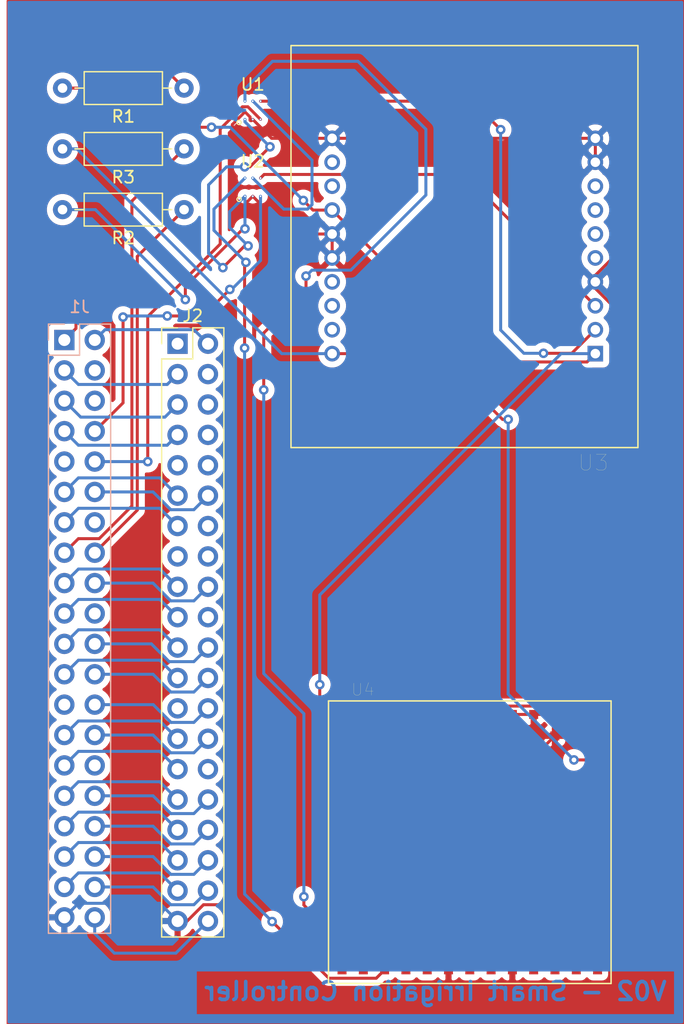
<source format=kicad_pcb>
(kicad_pcb (version 20171130) (host pcbnew "(5.1.6)-1")
  (title_block (title "Smart Irrigatrion Controller - Module Pad") (date 2020-07-29) (rev v01) (comment 4 "Author : Hadi Sandid"))
  (layers (0 F.Cu signal) (31 B.Cu signal) (34 B.Paste user) (35 F.Paste user) (36 B.SilkS user) (37 F.SilkS user) (38 B.Mask user) (39 F.Mask user) (44 Edge.Cuts user))
  (net 0 "")
  (net 1 GND)
  (net 2 "Net-(J1-Pad1)")
  (net 3 "Net-(J1-Pad8)")
  (net 4 "Net-(J1-Pad10)")
  (net 5 "Net-(J1-Pad15)")
  (net 6 "Net-(J1-Pad16)")
  (net 7 "Net-(R1-Pad2)")
  (net 8 "Net-(R2-Pad2)")
  (net 9 "Net-(R3-Pad2)")
  (net 10 "Net-(U1-Pad4)")
  (net 11 VCC)
  (net 12 "Net-(U1-Pad6)")
  (net 13 "Net-(U2-Pad6)")
  (net 14 "Net-(U2-Pad4)")
  (net 15 /GPIO_0)
  (net 16 /GPIO_1)
  (net 17 /GPIO_2)
  (net 18 /GPIO_3)
  (net 19 /GPIO_4)
  (net 20 /GPIO_5)
  (net 21 /GPIO_6)
  (net 22 /GPIO_7)
  (net 23 /GPIO_8)
  (net 24 /GPIO_9)
  (net 25 /GPIO_10)
  (net 26 /GPIO_11)
  (net 27 /GPIO_12)
  (net 28 /GPIO_13)
  (net 29 /GPIO_16)
  (net 30 /GPIO_17)
  (net 31 /GPIO_18)
  (net 32 /GPIO_19)
  (net 33 /GPIO_20)
  (net 34 /GPIO_21)
  (net 35 /GPIO_24)
  (net 36 /GPIO_25)
  (net 37 /GPIO_26)
  (net 38 /GPIO_27)
  (net 39 /3v3)
  (net 40 /5V)
  (net 41 /GND_1)
  (net 42 "Net-(J1-Pad30)")
  (net 43 "Net-(J1-Pad25)")
  (net 44 "Net-(J1-Pad20)")
  (net 45 "Net-(J1-Pad14)")
  (net 46 "Net-(J1-Pad9)")
  (net 47 "Net-(J1-Pad6)")
  (net 48 "Net-(J1-Pad4)")
  (net 49 "Net-(J2-Pad1)")
  (net 50 "Net-(J2-Pad4)")
  (net 51 "Net-(J2-Pad6)")
  (net 52 "Net-(J2-Pad8)")
  (net 53 "Net-(J2-Pad9)")
  (net 54 "Net-(J2-Pad10)")
  (net 55 "Net-(J2-Pad14)")
  (net 56 "Net-(J2-Pad15)")
  (net 57 "Net-(J2-Pad16)")
  (net 58 "Net-(J2-Pad20)")
  (net 59 "Net-(J2-Pad25)")
  (net 60 "Net-(J2-Pad30)")
  (net 61 "Net-(U3-Pad19)")
  (net 62 "Net-(U3-Pad18)")
  (net 63 "Net-(U3-Pad17)")
  (net 64 "Net-(U3-Pad13)")
  (net 65 "Net-(U3-Pad12)")
  (net 66 "Net-(U3-Pad8)")
  (net 67 "Net-(U3-Pad7)")
  (net 68 "Net-(U3-Pad6)")
  (net 69 "Net-(U3-Pad5)")
  (net 70 "Net-(U4-Pad11)")
  (net 71 "Net-(U4-Pad10)")
  (net 72 "Net-(U4-Pad9)")
  (net 73 "Net-(U4-Pad47)")
  (net 74 "Net-(U4-Pad37)")
  (net 75 "Net-(U4-Pad33)")
  (net 76 "Net-(U4-Pad31)")
  (net 77 "Net-(U4-Pad29)")
  (net 78 "Net-(U4-Pad28)")
  (net 79 "Net-(U4-Pad27)")
  (net 80 "Net-(U4-Pad26)")
  (net 81 "Net-(U4-Pad25)")
  (net 82 "Net-(U4-Pad24)")
  (net 83 "Net-(U4-Pad23)")
  (net 84 "Net-(U4-Pad12)")
  (net 85 "Net-(U4-Pad15)")
  (net 86 "Net-(U4-Pad16)")
  (net 87 "Net-(U4-Pad30)")
  (module Connector_PinSocket_2.54mm:PinSocket_2x20_P2.54mm_Vertical (layer B.Cu) (at 106.3498 62.1792 180)
    (fp_text reference J1 (at -1.27 2.77) (layer B.SilkS) (effects (justify mirror)))
    (fp_text value Raspberry_Pi_2_3)
    (pad 40 thru_hole oval (at -2.54 -48.26 180) (size 1.7 1.7) (drill 1) (layers *.Cu *.Mask) (net 34 /GPIO_21))
    (pad 39 thru_hole oval (at 0 -48.26 180) (size 1.7 1.7) (drill 1) (layers *.Cu *.Mask) (net 1 GND))
    (pad 38 thru_hole oval (at -2.54 -45.72 180) (size 1.7 1.7) (drill 1) (layers *.Cu *.Mask) (net 33 /GPIO_20))
    (pad 37 thru_hole oval (at 0 -45.72 180) (size 1.7 1.7) (drill 1) (layers *.Cu *.Mask) (net 37 /GPIO_26))
    (pad 36 thru_hole oval (at -2.54 -43.18 180) (size 1.7 1.7) (drill 1) (layers *.Cu *.Mask) (net 29 /GPIO_16))
    (pad 35 thru_hole oval (at 0 -43.18 180) (size 1.7 1.7) (drill 1) (layers *.Cu *.Mask) (net 32 /GPIO_19))
    (pad 34 thru_hole oval (at -2.54 -40.64 180) (size 1.7 1.7) (drill 1) (layers *.Cu *.Mask) (net 41 /GND_1))
    (pad 33 thru_hole oval (at 0 -40.64 180) (size 1.7 1.7) (drill 1) (layers *.Cu *.Mask) (net 28 /GPIO_13))
    (pad 32 thru_hole oval (at -2.54 -38.1 180) (size 1.7 1.7) (drill 1) (layers *.Cu *.Mask) (net 27 /GPIO_12))
    (pad 31 thru_hole oval (at 0 -38.1 180) (size 1.7 1.7) (drill 1) (layers *.Cu *.Mask) (net 21 /GPIO_6))
    (pad 30 thru_hole oval (at -2.54 -35.56 180) (size 1.7 1.7) (drill 1) (layers *.Cu *.Mask) (net 42 "Net-(J1-Pad30)"))
    (pad 29 thru_hole oval (at 0 -35.56 180) (size 1.7 1.7) (drill 1) (layers *.Cu *.Mask) (net 20 /GPIO_5))
    (pad 28 thru_hole oval (at -2.54 -33.02 180) (size 1.7 1.7) (drill 1) (layers *.Cu *.Mask) (net 16 /GPIO_1))
    (pad 27 thru_hole oval (at 0 -33.02 180) (size 1.7 1.7) (drill 1) (layers *.Cu *.Mask) (net 15 /GPIO_0))
    (pad 26 thru_hole oval (at -2.54 -30.48 180) (size 1.7 1.7) (drill 1) (layers *.Cu *.Mask) (net 22 /GPIO_7))
    (pad 25 thru_hole oval (at 0 -30.48 180) (size 1.7 1.7) (drill 1) (layers *.Cu *.Mask) (net 43 "Net-(J1-Pad25)"))
    (pad 24 thru_hole oval (at -2.54 -27.94 180) (size 1.7 1.7) (drill 1) (layers *.Cu *.Mask) (net 23 /GPIO_8))
    (pad 23 thru_hole oval (at 0 -27.94 180) (size 1.7 1.7) (drill 1) (layers *.Cu *.Mask) (net 26 /GPIO_11))
    (pad 22 thru_hole oval (at -2.54 -25.4 180) (size 1.7 1.7) (drill 1) (layers *.Cu *.Mask) (net 36 /GPIO_25))
    (pad 21 thru_hole oval (at 0 -25.4 180) (size 1.7 1.7) (drill 1) (layers *.Cu *.Mask) (net 24 /GPIO_9))
    (pad 20 thru_hole oval (at -2.54 -22.86 180) (size 1.7 1.7) (drill 1) (layers *.Cu *.Mask) (net 44 "Net-(J1-Pad20)"))
    (pad 19 thru_hole oval (at 0 -22.86 180) (size 1.7 1.7) (drill 1) (layers *.Cu *.Mask) (net 25 /GPIO_10))
    (pad 18 thru_hole oval (at -2.54 -20.32 180) (size 1.7 1.7) (drill 1) (layers *.Cu *.Mask) (net 35 /GPIO_24))
    (pad 17 thru_hole oval (at 0 -20.32 180) (size 1.7 1.7) (drill 1) (layers *.Cu *.Mask) (net 39 /3v3))
    (pad 16 thru_hole oval (at -2.54 -17.78 180) (size 1.7 1.7) (drill 1) (layers *.Cu *.Mask) (net 6 "Net-(J1-Pad16)"))
    (pad 15 thru_hole oval (at 0 -17.78 180) (size 1.7 1.7) (drill 1) (layers *.Cu *.Mask) (net 5 "Net-(J1-Pad15)"))
    (pad 14 thru_hole oval (at -2.54 -15.24 180) (size 1.7 1.7) (drill 1) (layers *.Cu *.Mask) (net 45 "Net-(J1-Pad14)"))
    (pad 13 thru_hole oval (at 0 -15.24 180) (size 1.7 1.7) (drill 1) (layers *.Cu *.Mask) (net 38 /GPIO_27))
    (pad 12 thru_hole oval (at -2.54 -12.7 180) (size 1.7 1.7) (drill 1) (layers *.Cu *.Mask) (net 31 /GPIO_18))
    (pad 11 thru_hole oval (at 0 -12.7 180) (size 1.7 1.7) (drill 1) (layers *.Cu *.Mask) (net 30 /GPIO_17))
    (pad 10 thru_hole oval (at -2.54 -10.16 180) (size 1.7 1.7) (drill 1) (layers *.Cu *.Mask) (net 4 "Net-(J1-Pad10)"))
    (pad 9 thru_hole oval (at 0 -10.16 180) (size 1.7 1.7) (drill 1) (layers *.Cu *.Mask) (net 46 "Net-(J1-Pad9)"))
    (pad 8 thru_hole oval (at -2.54 -7.62 180) (size 1.7 1.7) (drill 1) (layers *.Cu *.Mask) (net 3 "Net-(J1-Pad8)"))
    (pad 7 thru_hole oval (at 0 -7.62 180) (size 1.7 1.7) (drill 1) (layers *.Cu *.Mask) (net 19 /GPIO_4))
    (pad 6 thru_hole oval (at -2.54 -5.08 180) (size 1.7 1.7) (drill 1) (layers *.Cu *.Mask) (net 47 "Net-(J1-Pad6)"))
    (pad 5 thru_hole oval (at 0 -5.08 180) (size 1.7 1.7) (drill 1) (layers *.Cu *.Mask) (net 18 /GPIO_3))
    (pad 4 thru_hole oval (at -2.54 -2.54 180) (size 1.7 1.7) (drill 1) (layers *.Cu *.Mask) (net 48 "Net-(J1-Pad4)"))
    (pad 3 thru_hole oval (at 0 -2.54 180) (size 1.7 1.7) (drill 1) (layers *.Cu *.Mask) (net 17 /GPIO_2))
    (pad 2 thru_hole oval (at -2.54 0 180) (size 1.7 1.7) (drill 1) (layers *.Cu *.Mask) (net 40 /5V))
    (pad 1 thru_hole rect (at 0 0 180) (size 1.7 1.7) (drill 1) (layers *.Cu *.Mask) (net 2 "Net-(J1-Pad1)"))
  )
  (module Resistor_THT:R_Axial_DIN0207_L6.3mm_D2.5mm_P10.16mm_Horizontal (layer F.Cu) (at 116.3574 41.1226 180)
    (fp_text reference R1 (at 5.08 -2.37) (layer F.SilkS))
    (fp_text value R)
    (pad 2 thru_hole oval (at 10.16 0 180) (size 1.6 1.6) (drill 0.8) (layers *.Cu *.Mask) (net 7 "Net-(R1-Pad2)"))
    (pad 1 thru_hole circle (at 0 0 180) (size 1.6 1.6) (drill 0.8) (layers *.Cu *.Mask) (net 2 "Net-(J1-Pad1)"))
  )
  (module Resistor_THT:R_Axial_DIN0207_L6.3mm_D2.5mm_P10.16mm_Horizontal (layer F.Cu) (at 116.3574 51.2826 180)
    (fp_text reference R2 (at 5.08 -2.37) (layer F.SilkS))
    (fp_text value R)
    (pad 2 thru_hole oval (at 10.16 0 180) (size 1.6 1.6) (drill 0.8) (layers *.Cu *.Mask) (net 8 "Net-(R2-Pad2)"))
    (pad 1 thru_hole circle (at 0 0 180) (size 1.6 1.6) (drill 0.8) (layers *.Cu *.Mask) (net 6 "Net-(J1-Pad16)"))
  )
  (module Resistor_THT:R_Axial_DIN0207_L6.3mm_D2.5mm_P10.16mm_Horizontal (layer F.Cu) (at 116.3574 46.2026 180)
    (fp_text reference R3 (at 5.08 -2.37) (layer F.SilkS))
    (fp_text value R)
    (pad 2 thru_hole oval (at 10.16 0 180) (size 1.6 1.6) (drill 0.8) (layers *.Cu *.Mask) (net 9 "Net-(R3-Pad2)"))
    (pad 1 thru_hole circle (at 0 0 180) (size 1.6 1.6) (drill 0.8) (layers *.Cu *.Mask) (net 5 "Net-(J1-Pad15)"))
  )
  (module 74LVC1G18:74LVC1G18 (layer F.Cu) (at 122.0978 42.9768)
    (fp_text reference U1 (at 0 -2.159) (layer F.SilkS))
    (fp_text value 74LVC1G18)
    (pad 6 thru_hole circle (at -0.65 -0.762) (size 0.2 0.2) (drill 0.13) (layers *.Cu *.Mask) (net 12 "Net-(U1-Pad6)"))
    (pad 5 thru_hole circle (at 0 -0.762) (size 0.2 0.2) (drill 0.13) (layers *.Cu *.Mask) (net 11 VCC))
    (pad 2 thru_hole circle (at 0 0.762) (size 0.2 0.2) (drill 0.13) (layers *.Cu *.Mask) (net 1 GND))
    (pad 3 thru_hole circle (at 0.65 0.762) (size 0.2 0.2) (drill 0.13) (layers *.Cu *.Mask) (net 4 "Net-(J1-Pad10)"))
    (pad 4 thru_hole circle (at 0.65 -0.762) (size 0.2 0.2) (drill 0.13) (layers *.Cu *.Mask) (net 10 "Net-(U1-Pad4)"))
    (pad 1 thru_hole circle (at -0.65 0.762) (size 0.2 0.2) (drill 0.13) (layers *.Cu *.Mask) (net 8 "Net-(R2-Pad2)"))
  )
  (module 74LVC1G18:74LVC1G18 (layer F.Cu) (at 122.0978 49.403)
    (fp_text reference U2 (at 0 -2.159) (layer F.SilkS))
    (fp_text value 74LVC1G18)
    (pad 6 thru_hole circle (at -0.65 -0.762) (size 0.2 0.2) (drill 0.13) (layers *.Cu *.Mask) (net 13 "Net-(U2-Pad6)"))
    (pad 5 thru_hole circle (at 0 -0.762) (size 0.2 0.2) (drill 0.13) (layers *.Cu *.Mask) (net 11 VCC))
    (pad 2 thru_hole circle (at 0 0.762) (size 0.2 0.2) (drill 0.13) (layers *.Cu *.Mask) (net 1 GND))
    (pad 3 thru_hole circle (at 0.65 0.762) (size 0.2 0.2) (drill 0.13) (layers *.Cu *.Mask) (net 3 "Net-(J1-Pad8)"))
    (pad 4 thru_hole circle (at 0.65 -0.762) (size 0.2 0.2) (drill 0.13) (layers *.Cu *.Mask) (net 14 "Net-(U2-Pad4)"))
    (pad 1 thru_hole circle (at -0.65 0.762) (size 0.2 0.2) (drill 0.13) (layers *.Cu *.Mask) (net 8 "Net-(R2-Pad2)"))
  )
  (module SmartIrrigationController:NIMBELINK_NL-SW-LTE-GELS3-C (layer F.Cu) (at 139.73556 54.3687 180)
    (fp_text reference U3 (at -10.82795 -18.06987) (layer F.SilkS) (effects (font (size 1.322315 1.322315) (thickness 0.015))))
    (fp_text value NL-SW-GPRS)
    (pad 1 thru_hole rect (at -11 -8.95 180) (size 1.308 1.308) (drill 0.8) (layers *.Cu *.Mask) (net 7 "Net-(R1-Pad2)"))
    (pad 2 thru_hole circle (at -11 -6.95 180) (size 1.308 1.308) (drill 0.8) (layers *.Cu *.Mask) (net 10 "Net-(U1-Pad4)"))
    (pad 3 thru_hole circle (at -11 -4.95 180) (size 1.308 1.308) (drill 0.8) (layers *.Cu *.Mask) (net 14 "Net-(U2-Pad4)"))
    (pad 4 thru_hole circle (at -11 -2.95 180) (size 1.308 1.308) (drill 0.8) (layers *.Cu *.Mask) (net 1 GND))
    (pad 5 thru_hole circle (at -11 -0.95 180) (size 1.308 1.308) (drill 0.8) (layers *.Cu *.Mask) (net 69 "Net-(U3-Pad5)"))
    (pad 6 thru_hole circle (at -11 1.05 180) (size 1.308 1.308) (drill 0.8) (layers *.Cu *.Mask) (net 68 "Net-(U3-Pad6)"))
    (pad 7 thru_hole circle (at -11 3.05 180) (size 1.308 1.308) (drill 0.8) (layers *.Cu *.Mask) (net 67 "Net-(U3-Pad7)"))
    (pad 8 thru_hole circle (at -11 5.05 180) (size 1.308 1.308) (drill 0.8) (layers *.Cu *.Mask) (net 66 "Net-(U3-Pad8)"))
    (pad 9 thru_hole circle (at -11 7.05 180) (size 1.308 1.308) (drill 0.8) (layers *.Cu *.Mask) (net 1 GND))
    (pad 10 thru_hole circle (at -11 9.05 180) (size 1.308 1.308) (drill 0.8) (layers *.Cu *.Mask) (net 1 GND))
    (pad 11 thru_hole circle (at 11 9.05 180) (size 1.308 1.308) (drill 0.8) (layers *.Cu *.Mask) (net 1 GND))
    (pad 12 thru_hole circle (at 11 7.05 180) (size 1.308 1.308) (drill 0.8) (layers *.Cu *.Mask) (net 65 "Net-(U3-Pad12)"))
    (pad 13 thru_hole circle (at 11 5.05 180) (size 1.308 1.308) (drill 0.8) (layers *.Cu *.Mask) (net 64 "Net-(U3-Pad13)"))
    (pad 14 thru_hole circle (at 11 3.05 180) (size 1.308 1.308) (drill 0.8) (layers *.Cu *.Mask) (net 7 "Net-(R1-Pad2)"))
    (pad 15 thru_hole circle (at 11 1.05 180) (size 1.308 1.308) (drill 0.8) (layers *.Cu *.Mask) (net 1 GND))
    (pad 16 thru_hole circle (at 11 -0.95 180) (size 1.308 1.308) (drill 0.8) (layers *.Cu *.Mask) (net 1 GND))
    (pad 17 thru_hole circle (at 11 -2.95 180) (size 1.308 1.308) (drill 0.8) (layers *.Cu *.Mask) (net 63 "Net-(U3-Pad17)"))
    (pad 18 thru_hole circle (at 11 -4.95 180) (size 1.308 1.308) (drill 0.8) (layers *.Cu *.Mask) (net 62 "Net-(U3-Pad18)"))
    (pad 19 thru_hole circle (at 11 -6.95 180) (size 1.308 1.308) (drill 0.8) (layers *.Cu *.Mask) (net 61 "Net-(U3-Pad19)"))
    (pad 20 thru_hole circle (at 11 -8.95 180) (size 1.308 1.308) (drill 0.8) (layers *.Cu *.Mask) (net 9 "Net-(R3-Pad2)"))
  )
  (module SmartIrrigationController:XCVR_MTXDOT-EU1-A00-1 (layer F.Cu) (at 140.24102 104.15778)
    (fp_text reference U4 (at -8.9391 -12.7551) (layer F.SilkS) (effects (font (size 1.001575 1.001575) (thickness 0.015))))
    (fp_text value MTXDOT-EU1-A00-1)
    (pad 54 smd rect (at 0 0) (size 0.75 0.75) (layers F.Cu F.Paste F.Mask) (net 1 GND))
    (pad 51 smd rect (at 0 -5.33) (size 0.75 0.75) (layers F.Cu F.Paste F.Mask) (net 1 GND))
    (pad 50 smd rect (at -5.33 -5.33) (size 0.75 0.75) (layers F.Cu F.Paste F.Mask) (net 1 GND))
    (pad 53 smd rect (at -5.33 0) (size 0.75 0.75) (layers F.Cu F.Paste F.Mask) (net 1 GND))
    (pad 56 smd rect (at -5.33 5.33) (size 0.75 0.75) (layers F.Cu F.Paste F.Mask) (net 1 GND))
    (pad 57 smd rect (at 0 5.33) (size 0.75 0.75) (layers F.Cu F.Paste F.Mask) (net 1 GND))
    (pad 58 smd rect (at 5.33 5.33) (size 0.75 0.75) (layers F.Cu F.Paste F.Mask) (net 1 GND))
    (pad 55 smd rect (at 5.33 0) (size 0.75 0.75) (layers F.Cu F.Paste F.Mask) (net 1 GND))
    (pad 52 smd rect (at 5.33 -5.33) (size 0.75 0.75) (layers F.Cu F.Paste F.Mask) (net 1 GND))
    (pad 49 smd rect (at -7.11 -8.89) (size 0.75 0.75) (layers F.Cu F.Paste F.Mask) (net 1 GND))
    (pad 48 smd rect (at 7.11 -8.89) (size 0.75 0.75) (layers F.Cu F.Paste F.Mask) (net 1 GND))
    (pad 42 smd rect (at 0 -10.67) (size 0.75 0.75) (layers F.Cu F.Paste F.Mask) (net 1 GND))
    (pad 6 smd rect (at -10.67 0) (size 0.75 0.75) (layers F.Cu F.Paste F.Mask))
    (pad 30 smd rect (at 10.67 0) (size 0.75 0.75) (layers F.Cu F.Paste F.Mask) (net 87 "Net-(U4-Pad30)"))
    (pad 18 smd rect (at 0 10.67) (size 0.75 0.75) (layers F.Cu F.Paste F.Mask))
    (pad 17 smd rect (at -1.78 10.67) (size 0.75 0.75) (layers F.Cu F.Paste F.Mask) (net 1 GND))
    (pad 16 smd rect (at -3.56 10.67) (size 0.75 0.75) (layers F.Cu F.Paste F.Mask) (net 86 "Net-(U4-Pad16)"))
    (pad 15 smd rect (at -5.34 10.67) (size 0.75 0.75) (layers F.Cu F.Paste F.Mask) (net 85 "Net-(U4-Pad15)"))
    (pad 14 smd rect (at -7.12 10.67) (size 0.75 0.75) (layers F.Cu F.Paste F.Mask) (net 13 "Net-(U2-Pad6)"))
    (pad 13 smd rect (at -8.9 10.67) (size 0.75 0.75) (layers F.Cu F.Paste F.Mask) (net 12 "Net-(U1-Pad6)"))
    (pad 12 smd rect (at -10.68 10.67) (size 0.75 0.75) (layers F.Cu F.Paste F.Mask) (net 84 "Net-(U4-Pad12)"))
    (pad 19 smd rect (at 1.78 10.67) (size 0.75 0.75) (layers F.Cu F.Paste F.Mask))
    (pad 20 smd rect (at 3.56 10.67) (size 0.75 0.75) (layers F.Cu F.Paste F.Mask) (net 1 GND))
    (pad 21 smd rect (at 5.34 10.67) (size 0.75 0.75) (layers F.Cu F.Paste F.Mask))
    (pad 22 smd rect (at 7.12 10.67) (size 0.75 0.75) (layers F.Cu F.Paste F.Mask))
    (pad 23 smd rect (at 8.9 10.67) (size 0.75 0.75) (layers F.Cu F.Paste F.Mask) (net 83 "Net-(U4-Pad23)"))
    (pad 24 smd rect (at 10.68 10.67) (size 0.75 0.75) (layers F.Cu F.Paste F.Mask) (net 82 "Net-(U4-Pad24)"))
    (pad 25 smd rect (at 10.68 8.9) (size 0.75 0.75) (layers F.Cu F.Paste F.Mask) (net 81 "Net-(U4-Pad25)"))
    (pad 26 smd rect (at 10.68 7.12) (size 0.75 0.75) (layers F.Cu F.Paste F.Mask) (net 80 "Net-(U4-Pad26)"))
    (pad 27 smd rect (at 10.68 5.33) (size 0.75 0.75) (layers F.Cu F.Paste F.Mask) (net 79 "Net-(U4-Pad27)"))
    (pad 28 smd rect (at 10.68 3.56) (size 0.75 0.75) (layers F.Cu F.Paste F.Mask) (net 78 "Net-(U4-Pad28)"))
    (pad 29 smd rect (at 10.68 1.78) (size 0.75 0.75) (layers F.Cu F.Paste F.Mask) (net 77 "Net-(U4-Pad29)"))
    (pad 31 smd rect (at 10.67 -1.78) (size 0.75 0.75) (layers F.Cu F.Paste F.Mask) (net 76 "Net-(U4-Pad31)"))
    (pad 32 smd rect (at 10.67 -3.56) (size 0.75 0.75) (layers F.Cu F.Paste F.Mask) (net 1 GND))
    (pad 33 smd rect (at 10.67 -5.34) (size 0.75 0.75) (layers F.Cu F.Paste F.Mask) (net 75 "Net-(U4-Pad33)"))
    (pad 34 smd rect (at 10.67 -7.12) (size 0.75 0.75) (layers F.Cu F.Paste F.Mask) (net 9 "Net-(R3-Pad2)"))
    (pad 35 smd rect (at 10.67 -8.9) (size 0.75 0.75) (layers F.Cu F.Paste F.Mask) (net 1 GND))
    (pad 36 smd rect (at 10.67 -10.68) (size 0.75 0.75) (layers F.Cu F.Paste F.Mask) (net 1 GND))
    (pad 37 smd rect (at 8.9 -10.68) (size 0.75 0.75) (layers F.Cu F.Paste F.Mask) (net 74 "Net-(U4-Pad37)"))
    (pad 38 smd rect (at 7.12 -10.68) (size 0.75 0.75) (layers F.Cu F.Paste F.Mask) (net 1 GND))
    (pad 39 smd rect (at 5.34 -10.68) (size 0.75 0.75) (layers F.Cu F.Paste F.Mask) (net 1 GND))
    (pad 40 smd rect (at 3.56 -10.68) (size 0.75 0.75) (layers F.Cu F.Paste F.Mask) (net 1 GND))
    (pad 41 smd rect (at 1.78 -10.68) (size 0.75 0.75) (layers F.Cu F.Paste F.Mask) (net 1 GND))
    (pad 43 smd rect (at -1.78 -10.67) (size 0.75 0.75) (layers F.Cu F.Paste F.Mask) (net 1 GND))
    (pad 44 smd rect (at -3.56 -10.67) (size 0.75 0.75) (layers F.Cu F.Paste F.Mask) (net 1 GND))
    (pad 45 smd rect (at -5.34 -10.67) (size 0.75 0.75) (layers F.Cu F.Paste F.Mask) (net 1 GND))
    (pad 46 smd rect (at -7.12 -10.67) (size 0.75 0.75) (layers F.Cu F.Paste F.Mask) (net 1 GND))
    (pad 47 smd rect (at -8.9 -10.67) (size 0.75 0.75) (layers F.Cu F.Paste F.Mask) (net 73 "Net-(U4-Pad47)"))
    (pad 2 smd rect (at -10.68 -7.12) (size 0.75 0.75) (layers F.Cu F.Paste F.Mask))
    (pad 3 smd rect (at -10.68 -5.34) (size 0.75 0.75) (layers F.Cu F.Paste F.Mask) (net 7 "Net-(R1-Pad2)"))
    (pad 4 smd rect (at -10.68 -3.56) (size 0.75 0.75) (layers F.Cu F.Paste F.Mask) (net 7 "Net-(R1-Pad2)"))
    (pad 5 smd rect (at -10.68 -1.78) (size 0.75 0.75) (layers F.Cu F.Paste F.Mask) (net 1 GND))
    (pad 7 smd rect (at -10.67 1.78) (size 0.75 0.75) (layers F.Cu F.Paste F.Mask))
    (pad 8 smd rect (at -10.67 3.56) (size 0.75 0.75) (layers F.Cu F.Paste F.Mask))
    (pad 9 smd rect (at -10.67 5.34) (size 0.75 0.75) (layers F.Cu F.Paste F.Mask) (net 72 "Net-(U4-Pad9)"))
    (pad 10 smd rect (at -10.67 7.12) (size 0.75 0.75) (layers F.Cu F.Paste F.Mask) (net 71 "Net-(U4-Pad10)"))
    (pad 11 smd rect (at -10.67 8.9) (size 0.75 0.75) (layers F.Cu F.Paste F.Mask) (net 70 "Net-(U4-Pad11)"))
    (pad 1 smd rect (at -10.68 -9.79) (size 0.99 2.51) (layers F.Cu F.Paste F.Mask) (net 1 GND))
  )
  (module Connector_PinHeader_2.54mm:PinHeader_2x20_P2.54mm_Vertical (layer F.Cu) (at 115.81384 62.48908)
    (fp_text reference J2 (at 1.27 -2.33) (layer F.SilkS))
    (fp_text value Conn_02x20_Odd_Even)
    (pad 40 thru_hole oval (at 2.54 48.26) (size 1.7 1.7) (drill 1) (layers *.Cu *.Mask) (net 34 /GPIO_21))
    (pad 39 thru_hole oval (at 0 48.26) (size 1.7 1.7) (drill 1) (layers *.Cu *.Mask) (net 1 GND))
    (pad 38 thru_hole oval (at 2.54 45.72) (size 1.7 1.7) (drill 1) (layers *.Cu *.Mask) (net 33 /GPIO_20))
    (pad 37 thru_hole oval (at 0 45.72) (size 1.7 1.7) (drill 1) (layers *.Cu *.Mask) (net 37 /GPIO_26))
    (pad 36 thru_hole oval (at 2.54 43.18) (size 1.7 1.7) (drill 1) (layers *.Cu *.Mask) (net 29 /GPIO_16))
    (pad 35 thru_hole oval (at 0 43.18) (size 1.7 1.7) (drill 1) (layers *.Cu *.Mask) (net 32 /GPIO_19))
    (pad 34 thru_hole oval (at 2.54 40.64) (size 1.7 1.7) (drill 1) (layers *.Cu *.Mask) (net 41 /GND_1))
    (pad 33 thru_hole oval (at 0 40.64) (size 1.7 1.7) (drill 1) (layers *.Cu *.Mask) (net 28 /GPIO_13))
    (pad 32 thru_hole oval (at 2.54 38.1) (size 1.7 1.7) (drill 1) (layers *.Cu *.Mask) (net 27 /GPIO_12))
    (pad 31 thru_hole oval (at 0 38.1) (size 1.7 1.7) (drill 1) (layers *.Cu *.Mask) (net 21 /GPIO_6))
    (pad 30 thru_hole oval (at 2.54 35.56) (size 1.7 1.7) (drill 1) (layers *.Cu *.Mask) (net 60 "Net-(J2-Pad30)"))
    (pad 29 thru_hole oval (at 0 35.56) (size 1.7 1.7) (drill 1) (layers *.Cu *.Mask) (net 20 /GPIO_5))
    (pad 28 thru_hole oval (at 2.54 33.02) (size 1.7 1.7) (drill 1) (layers *.Cu *.Mask) (net 16 /GPIO_1))
    (pad 27 thru_hole oval (at 0 33.02) (size 1.7 1.7) (drill 1) (layers *.Cu *.Mask) (net 15 /GPIO_0))
    (pad 26 thru_hole oval (at 2.54 30.48) (size 1.7 1.7) (drill 1) (layers *.Cu *.Mask) (net 22 /GPIO_7))
    (pad 25 thru_hole oval (at 0 30.48) (size 1.7 1.7) (drill 1) (layers *.Cu *.Mask) (net 59 "Net-(J2-Pad25)"))
    (pad 24 thru_hole oval (at 2.54 27.94) (size 1.7 1.7) (drill 1) (layers *.Cu *.Mask) (net 23 /GPIO_8))
    (pad 23 thru_hole oval (at 0 27.94) (size 1.7 1.7) (drill 1) (layers *.Cu *.Mask) (net 26 /GPIO_11))
    (pad 22 thru_hole oval (at 2.54 25.4) (size 1.7 1.7) (drill 1) (layers *.Cu *.Mask) (net 36 /GPIO_25))
    (pad 21 thru_hole oval (at 0 25.4) (size 1.7 1.7) (drill 1) (layers *.Cu *.Mask) (net 24 /GPIO_9))
    (pad 20 thru_hole oval (at 2.54 22.86) (size 1.7 1.7) (drill 1) (layers *.Cu *.Mask) (net 58 "Net-(J2-Pad20)"))
    (pad 19 thru_hole oval (at 0 22.86) (size 1.7 1.7) (drill 1) (layers *.Cu *.Mask) (net 25 /GPIO_10))
    (pad 18 thru_hole oval (at 2.54 20.32) (size 1.7 1.7) (drill 1) (layers *.Cu *.Mask) (net 35 /GPIO_24))
    (pad 17 thru_hole oval (at 0 20.32) (size 1.7 1.7) (drill 1) (layers *.Cu *.Mask) (net 39 /3v3))
    (pad 16 thru_hole oval (at 2.54 17.78) (size 1.7 1.7) (drill 1) (layers *.Cu *.Mask) (net 57 "Net-(J2-Pad16)"))
    (pad 15 thru_hole oval (at 0 17.78) (size 1.7 1.7) (drill 1) (layers *.Cu *.Mask) (net 56 "Net-(J2-Pad15)"))
    (pad 14 thru_hole oval (at 2.54 15.24) (size 1.7 1.7) (drill 1) (layers *.Cu *.Mask) (net 55 "Net-(J2-Pad14)"))
    (pad 13 thru_hole oval (at 0 15.24) (size 1.7 1.7) (drill 1) (layers *.Cu *.Mask) (net 38 /GPIO_27))
    (pad 12 thru_hole oval (at 2.54 12.7) (size 1.7 1.7) (drill 1) (layers *.Cu *.Mask) (net 31 /GPIO_18))
    (pad 11 thru_hole oval (at 0 12.7) (size 1.7 1.7) (drill 1) (layers *.Cu *.Mask) (net 30 /GPIO_17))
    (pad 10 thru_hole oval (at 2.54 10.16) (size 1.7 1.7) (drill 1) (layers *.Cu *.Mask) (net 54 "Net-(J2-Pad10)"))
    (pad 9 thru_hole oval (at 0 10.16) (size 1.7 1.7) (drill 1) (layers *.Cu *.Mask) (net 53 "Net-(J2-Pad9)"))
    (pad 8 thru_hole oval (at 2.54 7.62) (size 1.7 1.7) (drill 1) (layers *.Cu *.Mask) (net 52 "Net-(J2-Pad8)"))
    (pad 7 thru_hole oval (at 0 7.62) (size 1.7 1.7) (drill 1) (layers *.Cu *.Mask) (net 19 /GPIO_4))
    (pad 6 thru_hole oval (at 2.54 5.08) (size 1.7 1.7) (drill 1) (layers *.Cu *.Mask) (net 51 "Net-(J2-Pad6)"))
    (pad 5 thru_hole oval (at 0 5.08) (size 1.7 1.7) (drill 1) (layers *.Cu *.Mask) (net 18 /GPIO_3))
    (pad 4 thru_hole oval (at 2.54 2.54) (size 1.7 1.7) (drill 1) (layers *.Cu *.Mask) (net 50 "Net-(J2-Pad4)"))
    (pad 3 thru_hole oval (at 0 2.54) (size 1.7 1.7) (drill 1) (layers *.Cu *.Mask) (net 17 /GPIO_2))
    (pad 2 thru_hole oval (at 2.54 0) (size 1.7 1.7) (drill 1) (layers *.Cu *.Mask) (net 40 /5V))
    (pad 1 thru_hole rect (at 0 0) (size 1.7 1.7) (drill 1) (layers *.Cu *.Mask) (net 49 "Net-(J2-Pad1)"))
  )
  (gr_line (start 158.0896 119.3038) (end 158.0896 33.8328) (layer F.Cu) (width 0.15))
  (gr_line (start 101.6 33.8328) (end 158.0896 33.8328) (layer F.Cu) (width 0.15))
  (gr_line (start 101.6 119.3038) (end 101.6 33.8328) (layer F.Cu) (width 0.15))
  (gr_line (start 101.6 119.3038) (end 158.0896 119.3038) (layer F.Cu) (width 0.15))
  (gr_text "V02 - Smart Irrigation Controller" (at 137.36828 116.6241) (layer B.Cu) (effects (font (size 1.5 1.5) (thickness 0.3)) (justify mirror)))
  (segment (start 114.328959 109.264199) (end 115.81384 110.74908) (width 0.25) (layer B.Cu) (net 1))
  (segment (start 107.524801 109.264199) (end 114.328959 109.264199) (width 0.25) (layer B.Cu) (net 1))
  (segment (start 106.3498 110.4392) (end 107.524801 109.264199) (width 0.25) (layer B.Cu) (net 1))
  (segment (start 122.554719 109.384081) (end 129.56102 102.37778) (width 0.25) (layer F.Cu) (net 1))
  (segment (start 117.979837 109.384081) (end 122.554719 109.384081) (width 0.25) (layer F.Cu) (net 1))
  (segment (start 116.614838 110.74908) (end 117.979837 109.384081) (width 0.25) (layer F.Cu) (net 1))
  (segment (start 115.81384 110.74908) (end 116.614838 110.74908) (width 0.25) (layer F.Cu) (net 1))
  (segment (start 134.91102 109.48778) (end 134.91102 104.15778) (width 0.25) (layer F.Cu) (net 1))
  (segment (start 131.34102 104.15778) (end 129.56102 102.37778) (width 0.25) (layer F.Cu) (net 1))
  (segment (start 134.91102 104.15778) (end 131.34102 104.15778) (width 0.25) (layer F.Cu) (net 1))
  (segment (start 140.24102 109.48778) (end 140.24102 104.15778) (width 0.25) (layer F.Cu) (net 1))
  (segment (start 140.24102 104.15778) (end 140.24102 98.82778) (width 0.25) (layer F.Cu) (net 1))
  (segment (start 140.24102 98.82778) (end 134.91102 98.82778) (width 0.25) (layer F.Cu) (net 1))
  (segment (start 140.24102 104.15778) (end 145.57102 104.15778) (width 0.25) (layer F.Cu) (net 1))
  (segment (start 145.57102 104.15778) (end 145.57102 109.48778) (width 0.25) (layer F.Cu) (net 1))
  (segment (start 145.57102 113.05778) (end 143.80102 114.82778) (width 0.25) (layer F.Cu) (net 1))
  (segment (start 145.57102 109.48778) (end 145.57102 113.05778) (width 0.25) (layer F.Cu) (net 1))
  (segment (start 143.80102 114.82778) (end 141.86354 112.8903) (width 0.25) (layer F.Cu) (net 1))
  (segment (start 140.3985 112.8903) (end 138.46102 114.82778) (width 0.25) (layer F.Cu) (net 1))
  (segment (start 141.86354 112.8903) (end 140.3985 112.8903) (width 0.25) (layer F.Cu) (net 1))
  (segment (start 134.91102 104.15778) (end 134.91102 98.82778) (width 0.25) (layer F.Cu) (net 1))
  (segment (start 145.57102 97.04778) (end 147.35102 95.26778) (width 0.25) (layer F.Cu) (net 1))
  (segment (start 145.57102 98.82778) (end 145.57102 97.04778) (width 0.25) (layer F.Cu) (net 1))
  (segment (start 147.35102 93.48778) (end 147.36102 93.47778) (width 0.25) (layer F.Cu) (net 1))
  (segment (start 147.35102 95.26778) (end 147.35102 93.48778) (width 0.25) (layer F.Cu) (net 1))
  (segment (start 150.91102 100.59778) (end 149.51202 99.19878) (width 0.25) (layer F.Cu) (net 1))
  (segment (start 145.94202 99.19878) (end 145.57102 98.82778) (width 0.25) (layer F.Cu) (net 1))
  (segment (start 149.51202 99.19878) (end 145.94202 99.19878) (width 0.25) (layer F.Cu) (net 1))
  (segment (start 150.91102 95.25778) (end 150.91102 93.47778) (width 0.25) (layer F.Cu) (net 1))
  (segment (start 150.91102 89.6473) (end 152.57526 87.98306) (width 0.25) (layer F.Cu) (net 1))
  (segment (start 150.91102 93.47778) (end 150.91102 89.6473) (width 0.25) (layer F.Cu) (net 1))
  (segment (start 152.57526 87.98306) (end 147.49526 87.98306) (width 0.25) (layer F.Cu) (net 1))
  (segment (start 147.49526 87.98306) (end 142.41526 87.98306) (width 0.25) (layer F.Cu) (net 1))
  (segment (start 134.91102 97.04778) (end 133.13102 95.26778) (width 0.25) (layer F.Cu) (net 1))
  (segment (start 134.91102 98.82778) (end 134.91102 97.04778) (width 0.25) (layer F.Cu) (net 1))
  (segment (start 133.13102 93.49778) (end 133.12102 93.48778) (width 0.25) (layer F.Cu) (net 1))
  (segment (start 133.13102 95.26778) (end 133.13102 93.49778) (width 0.25) (layer F.Cu) (net 1))
  (segment (start 133.12102 93.48778) (end 134.90102 93.48778) (width 0.25) (layer F.Cu) (net 1))
  (segment (start 134.90102 93.48778) (end 136.68102 93.48778) (width 0.25) (layer F.Cu) (net 1))
  (segment (start 136.68102 93.48778) (end 138.46102 93.48778) (width 0.25) (layer F.Cu) (net 1))
  (segment (start 138.46102 93.48778) (end 140.24102 93.48778) (width 0.25) (layer F.Cu) (net 1))
  (segment (start 132.24102 94.36778) (end 129.56102 94.36778) (width 0.25) (layer F.Cu) (net 1))
  (segment (start 133.12102 93.48778) (end 132.24102 94.36778) (width 0.25) (layer F.Cu) (net 1))
  (segment (start 142.01102 93.48778) (end 142.02102 93.47778) (width 0.25) (layer F.Cu) (net 1))
  (segment (start 140.24102 93.48778) (end 142.01102 93.48778) (width 0.25) (layer F.Cu) (net 1))
  (segment (start 142.02102 93.47778) (end 143.80102 93.47778) (width 0.25) (layer F.Cu) (net 1))
  (segment (start 143.80102 93.47778) (end 145.58102 93.47778) (width 0.25) (layer F.Cu) (net 1))
  (segment (start 145.58102 93.47778) (end 147.36102 93.47778) (width 0.25) (layer F.Cu) (net 1))
  (segment (start 149.14102 95.25778) (end 150.91102 95.25778) (width 0.25) (layer F.Cu) (net 1))
  (segment (start 147.36102 93.47778) (end 149.14102 95.25778) (width 0.25) (layer F.Cu) (net 1))
  (segment (start 142.41526 87.98306) (end 137.33526 87.98306) (width 0.25) (layer F.Cu) (net 1))
  (segment (start 137.33526 87.98306) (end 132.25526 87.98306) (width 0.25) (layer F.Cu) (net 1))
  (segment (start 152.57526 87.98306) (end 154.4955 87.98306) (width 0.25) (layer F.Cu) (net 1))
  (segment (start 154.4955 87.98306) (end 156.06268 86.41588) (width 0.25) (layer F.Cu) (net 1))
  (segment (start 150.73556 57.869778) (end 150.73556 57.3187) (width 0.25) (layer F.Cu) (net 1))
  (segment (start 156.06268 63.196898) (end 150.73556 57.869778) (width 0.25) (layer F.Cu) (net 1))
  (segment (start 156.06268 86.41588) (end 156.06268 63.196898) (width 0.25) (layer F.Cu) (net 1))
  (segment (start 150.73556 56.767622) (end 154.82062 52.682562) (width 0.25) (layer F.Cu) (net 1))
  (segment (start 150.73556 57.3187) (end 150.73556 56.767622) (width 0.25) (layer F.Cu) (net 1))
  (segment (start 154.82062 51.40376) (end 150.73556 47.3187) (width 0.25) (layer F.Cu) (net 1))
  (segment (start 154.82062 52.682562) (end 154.82062 51.40376) (width 0.25) (layer F.Cu) (net 1))
  (segment (start 150.73556 47.3187) (end 150.73556 45.3187) (width 0.25) (layer F.Cu) (net 1))
  (segment (start 150.73556 45.3187) (end 128.73556 45.3187) (width 0.25) (layer F.Cu) (net 1))
  (segment (start 123.6777 45.3187) (end 122.0978 43.7388) (width 0.25) (layer F.Cu) (net 1))
  (segment (start 128.73556 45.3187) (end 123.6777 45.3187) (width 0.25) (layer F.Cu) (net 1))
  (segment (start 121.910779 43.838799) (end 121.872801 43.800821) (width 0.25) (layer F.Cu) (net 1))
  (segment (start 121.872801 43.800821) (end 121.872801 43.534799) (width 0.25) (layer F.Cu) (net 1))
  (segment (start 122.0978 43.7388) (end 121.997801 43.838799) (width 0.25) (layer F.Cu) (net 1))
  (segment (start 121.872801 43.534799) (end 121.474822 43.13682) (width 0.25) (layer F.Cu) (net 1))
  (segment (start 121.997801 43.838799) (end 121.910779 43.838799) (width 0.25) (layer F.Cu) (net 1))
  (segment (start 121.420778 43.13682) (end 120.38838 44.169218) (width 0.25) (layer F.Cu) (net 1))
  (segment (start 121.474822 43.13682) (end 121.420778 43.13682) (width 0.25) (layer F.Cu) (net 1))
  (segment (start 120.38838 44.169218) (end 120.38838 51.78298) (width 0.25) (layer F.Cu) (net 1))
  (segment (start 120.47982 51.78298) (end 122.0978 50.165) (width 0.25) (layer F.Cu) (net 1))
  (segment (start 120.38838 51.78298) (end 120.47982 51.78298) (width 0.25) (layer F.Cu) (net 1))
  (segment (start 125.2515 53.3187) (end 128.73556 53.3187) (width 0.25) (layer F.Cu) (net 1))
  (segment (start 122.0978 50.165) (end 125.2515 53.3187) (width 0.25) (layer F.Cu) (net 1))
  (segment (start 128.73556 53.3187) (end 128.73556 55.3187) (width 0.25) (layer F.Cu) (net 1))
  (segment (start 148.441019 92.777779) (end 131.969979 92.777779) (width 0.25) (layer F.Cu) (net 74))
  (segment (start 149.14102 93.47778) (end 148.441019 92.777779) (width 0.25) (layer F.Cu) (net 74))
  (segment (start 107.322401 56.984681) (end 103.44912 53.1114) (width 0.25) (layer F.Cu) (net 2))
  (segment (start 103.44912 38.72992) (end 113.96472 38.72992) (width 0.25) (layer F.Cu) (net 2))
  (segment (start 107.322401 61.206599) (end 107.322401 56.984681) (width 0.25) (layer F.Cu) (net 2))
  (segment (start 113.96472 38.72992) (end 116.3574 41.1226) (width 0.25) (layer F.Cu) (net 2))
  (segment (start 103.44912 53.1114) (end 103.44912 38.72992) (width 0.25) (layer F.Cu) (net 2))
  (segment (start 106.3498 62.1792) (end 107.322401 61.206599) (width 0.25) (layer F.Cu) (net 2))
  (via (at 120.182213 57.953067) (size 0.8) (drill 0.4) (layers F.Cu B.Cu) (net 3))
  (segment (start 120.330655 57.953067) (end 120.182213 57.953067) (width 0.25) (layer B.Cu) (net 3))
  (segment (start 122.7478 50.165) (end 122.7478 55.535922) (width 0.25) (layer B.Cu) (net 3))
  (segment (start 122.7478 55.535922) (end 120.330655 57.953067) (width 0.25) (layer B.Cu) (net 3))
  (segment (start 120.182213 57.953067) (end 117.96522 60.17006) (width 0.25) (layer F.Cu) (net 3))
  (via (at 114.95278 60.17006) (size 0.8) (drill 0.4) (layers F.Cu B.Cu) (net 3))
  (segment (start 117.96522 60.17006) (end 114.95278 60.17006) (width 0.25) (layer F.Cu) (net 3))
  (via (at 111.25708 60.2615) (size 0.8) (drill 0.4) (layers F.Cu B.Cu) (net 3))
  (segment (start 114.95278 60.17006) (end 111.34852 60.17006) (width 0.25) (layer B.Cu) (net 3))
  (segment (start 111.34852 60.17006) (end 111.25708 60.2615) (width 0.25) (layer B.Cu) (net 3))
  (segment (start 111.25708 67.43192) (end 108.8898 69.7992) (width 0.25) (layer F.Cu) (net 3))
  (segment (start 111.25708 60.2615) (end 111.25708 67.43192) (width 0.25) (layer F.Cu) (net 3))
  (via (at 113.3221 72.34428) (size 0.8) (drill 0.4) (layers F.Cu B.Cu) (net 4))
  (segment (start 121.695811 42.686811) (end 121.234377 42.686811) (width 0.25) (layer F.Cu) (net 4))
  (segment (start 113.3221 60.21437) (end 113.3221 72.34428) (width 0.25) (layer F.Cu) (net 4))
  (segment (start 122.7478 43.7388) (end 121.695811 42.686811) (width 0.25) (layer F.Cu) (net 4))
  (segment (start 121.234377 42.686811) (end 119.376021 44.545167) (width 0.25) (layer F.Cu) (net 4))
  (segment (start 119.376021 44.545167) (end 119.376021 54.160449) (width 0.25) (layer F.Cu) (net 4))
  (segment (start 119.376021 54.160449) (end 113.3221 60.21437) (width 0.25) (layer F.Cu) (net 4))
  (segment (start 108.89488 72.34428) (end 108.8898 72.3392) (width 0.25) (layer B.Cu) (net 4))
  (segment (start 113.3221 72.34428) (end 108.89488 72.34428) (width 0.25) (layer B.Cu) (net 4))
  (segment (start 109.263803 78.784199) (end 111.99622 76.051782) (width 0.25) (layer F.Cu) (net 5))
  (segment (start 106.3498 79.9592) (end 107.524801 78.784199) (width 0.25) (layer F.Cu) (net 5))
  (segment (start 107.524801 78.784199) (end 109.263803 78.784199) (width 0.25) (layer F.Cu) (net 5))
  (segment (start 111.99622 50.56378) (end 116.3574 46.2026) (width 0.25) (layer F.Cu) (net 5))
  (segment (start 111.99622 76.051782) (end 111.99622 50.56378) (width 0.25) (layer F.Cu) (net 5))
  (segment (start 112.44623 76.40277) (end 108.8898 79.9592) (width 0.25) (layer F.Cu) (net 6))
  (segment (start 112.44623 55.19377) (end 112.44623 76.40277) (width 0.25) (layer F.Cu) (net 6))
  (segment (start 116.3574 51.2826) (end 112.44623 55.19377) (width 0.25) (layer F.Cu) (net 6))
  (segment (start 129.56102 98.81778) (end 129.56102 100.59778) (width 0.25) (layer F.Cu) (net 7))
  (via (at 118.65102 44.39412) (size 0.8) (drill 0.4) (layers F.Cu B.Cu) (net 7))
  (segment (start 106.1974 41.1226) (end 112.942402 41.1226) (width 0.25) (layer F.Cu) (net 7))
  (segment (start 116.213922 44.39412) (end 118.65102 44.39412) (width 0.25) (layer F.Cu) (net 7))
  (segment (start 112.942402 41.1226) (end 116.213922 44.39412) (width 0.25) (layer F.Cu) (net 7))
  (via (at 126.3269 50.51298) (size 0.8) (drill 0.4) (layers F.Cu B.Cu) (net 7))
  (segment (start 118.65102 44.39412) (end 120.20804 44.39412) (width 0.25) (layer B.Cu) (net 7))
  (segment (start 120.20804 44.39412) (end 126.3269 50.51298) (width 0.25) (layer B.Cu) (net 7))
  (segment (start 127.13262 51.3187) (end 128.73556 51.3187) (width 0.25) (layer F.Cu) (net 7))
  (segment (start 126.3269 50.51298) (end 127.13262 51.3187) (width 0.25) (layer F.Cu) (net 7))
  (segment (start 141.431041 64.014181) (end 128.73556 51.3187) (width 0.25) (layer F.Cu) (net 7))
  (segment (start 150.040079 64.014181) (end 141.431041 64.014181) (width 0.25) (layer F.Cu) (net 7))
  (segment (start 150.73556 63.3187) (end 150.040079 64.014181) (width 0.25) (layer F.Cu) (net 7))
  (via (at 127.70104 90.98534) (size 0.8) (drill 0.4) (layers F.Cu B.Cu) (net 7))
  (segment (start 129.56102 98.81778) (end 127.70104 96.9578) (width 0.25) (layer F.Cu) (net 7))
  (segment (start 127.70104 96.9578) (end 127.70104 90.98534) (width 0.25) (layer F.Cu) (net 7))
  (segment (start 147.873558 63.3187) (end 150.73556 63.3187) (width 0.25) (layer B.Cu) (net 7))
  (segment (start 127.70104 83.491218) (end 147.873558 63.3187) (width 0.25) (layer B.Cu) (net 7))
  (segment (start 127.70104 90.98534) (end 127.70104 83.491218) (width 0.25) (layer B.Cu) (net 7))
  (via (at 116.46408 58.801) (size 0.8) (drill 0.4) (layers F.Cu B.Cu) (net 8))
  (segment (start 106.1974 51.2826) (end 108.94568 51.2826) (width 0.25) (layer B.Cu) (net 8))
  (segment (start 108.94568 51.2826) (end 116.46408 58.801) (width 0.25) (layer B.Cu) (net 8))
  (segment (start 116.46408 58.801) (end 116.46408 57.7088) (width 0.25) (layer F.Cu) (net 8))
  (segment (start 116.46408 57.7088) (end 121.28754 52.88534) (width 0.25) (layer F.Cu) (net 8))
  (via (at 121.44756 52.88534) (size 0.8) (drill 0.4) (layers F.Cu B.Cu) (net 8))
  (segment (start 121.28754 52.88534) (end 121.44756 52.88534) (width 0.25) (layer F.Cu) (net 8))
  (segment (start 121.44756 50.16524) (end 121.4478 50.165) (width 0.25) (layer B.Cu) (net 8))
  (segment (start 121.44756 52.88534) (end 121.44756 50.16524) (width 0.25) (layer B.Cu) (net 8))
  (via (at 123.535491 46.029617) (size 0.8) (drill 0.4) (layers F.Cu B.Cu) (net 8))
  (segment (start 121.4478 43.7388) (end 121.4478 43.941926) (width 0.25) (layer B.Cu) (net 8))
  (segment (start 121.4478 43.941926) (end 123.535491 46.029617) (width 0.25) (layer B.Cu) (net 8))
  (via (at 121.41962 47.70628) (size 0.8) (drill 0.4) (layers F.Cu B.Cu) (net 8))
  (segment (start 123.535491 46.029617) (end 121.858828 47.70628) (width 0.25) (layer F.Cu) (net 8))
  (segment (start 121.858828 47.70628) (end 121.41962 47.70628) (width 0.25) (layer F.Cu) (net 8))
  (segment (start 121.41962 47.70628) (end 119.90832 47.70628) (width 0.25) (layer B.Cu) (net 8))
  (via (at 119.60098 56.12892) (size 0.8) (drill 0.4) (layers F.Cu B.Cu) (net 8))
  (segment (start 118.40675 54.93469) (end 119.60098 56.12892) (width 0.25) (layer B.Cu) (net 8))
  (segment (start 119.90832 47.70628) (end 118.40675 49.20785) (width 0.25) (layer B.Cu) (net 8))
  (segment (start 118.40675 49.20785) (end 118.40675 54.93469) (width 0.25) (layer B.Cu) (net 8))
  (via (at 121.70918 54.31282) (size 0.8) (drill 0.4) (layers F.Cu B.Cu) (net 8))
  (segment (start 119.60098 56.12892) (end 121.41708 54.31282) (width 0.25) (layer F.Cu) (net 8))
  (segment (start 121.41708 54.31282) (end 121.70918 54.31282) (width 0.25) (layer F.Cu) (net 8))
  (segment (start 121.70918 54.31282) (end 120.16486 52.7685) (width 0.25) (layer B.Cu) (net 8))
  (segment (start 120.16486 51.44794) (end 121.4478 50.165) (width 0.25) (layer B.Cu) (net 8))
  (segment (start 120.16486 52.7685) (end 120.16486 51.44794) (width 0.25) (layer B.Cu) (net 8))
  (segment (start 128.73556 63.3187) (end 137.48162 63.3187) (width 0.25) (layer F.Cu) (net 9))
  (via (at 143.44904 68.81622) (size 0.8) (drill 0.4) (layers F.Cu B.Cu) (net 9))
  (segment (start 137.48162 63.3187) (end 142.97914 68.81622) (width 0.25) (layer F.Cu) (net 9))
  (segment (start 142.97914 68.81622) (end 143.44904 68.81622) (width 0.25) (layer F.Cu) (net 9))
  (via (at 148.94814 97.27946) (size 0.8) (drill 0.4) (layers F.Cu B.Cu) (net 9))
  (segment (start 143.44904 68.81622) (end 143.44904 91.78036) (width 0.25) (layer B.Cu) (net 9))
  (segment (start 143.44904 91.78036) (end 148.94814 97.27946) (width 0.25) (layer B.Cu) (net 9))
  (segment (start 150.66934 97.27946) (end 150.91102 97.03778) (width 0.25) (layer F.Cu) (net 9))
  (segment (start 148.94814 97.27946) (end 150.66934 97.27946) (width 0.25) (layer F.Cu) (net 9))
  (segment (start 106.1974 46.2026) (end 107.40644 46.2026) (width 0.25) (layer B.Cu) (net 9))
  (segment (start 124.52254 63.3187) (end 128.73556 63.3187) (width 0.25) (layer B.Cu) (net 9))
  (segment (start 107.40644 46.2026) (end 124.52254 63.3187) (width 0.25) (layer B.Cu) (net 9))
  (via (at 142.82166 44.5937) (size 0.8) (drill 0.4) (layers F.Cu B.Cu) (net 10))
  (segment (start 122.7478 42.2148) (end 140.44276 42.2148) (width 0.25) (layer F.Cu) (net 10))
  (segment (start 140.44276 42.2148) (end 142.82166 44.5937) (width 0.25) (layer F.Cu) (net 10))
  (segment (start 142.82166 44.5937) (end 142.82166 61.34862) (width 0.25) (layer B.Cu) (net 10))
  (via (at 146.40052 63.28918) (size 0.8) (drill 0.4) (layers F.Cu B.Cu) (net 10))
  (segment (start 142.82166 61.34862) (end 144.76222 63.28918) (width 0.25) (layer B.Cu) (net 10))
  (segment (start 144.76222 63.28918) (end 146.40052 63.28918) (width 0.25) (layer B.Cu) (net 10))
  (segment (start 148.76508 63.28918) (end 150.73556 61.3187) (width 0.25) (layer F.Cu) (net 10))
  (segment (start 146.40052 63.28918) (end 148.76508 63.28918) (width 0.25) (layer F.Cu) (net 10))
  (segment (start 122.105208 42.2148) (end 122.101504 42.218504) (width 0.25) (layer B.Cu) (net 11))
  (segment (start 122.118798 42.2148) (end 122.105208 42.2148) (width 0.25) (layer B.Cu) (net 11))
  (segment (start 124.694781 51.237981) (end 126.674901 51.237981) (width 0.25) (layer B.Cu) (net 11))
  (segment (start 122.0978 48.641) (end 124.694781 51.237981) (width 0.25) (layer B.Cu) (net 11))
  (segment (start 127.051901 50.860981) (end 127.051901 47.147903) (width 0.25) (layer B.Cu) (net 11))
  (segment (start 126.674901 51.237981) (end 127.051901 50.860981) (width 0.25) (layer B.Cu) (net 11))
  (segment (start 127.051901 47.147903) (end 122.118798 42.2148) (width 0.25) (layer B.Cu) (net 11))
  (via (at 126.37262 108.712) (size 0.8) (drill 0.4) (layers F.Cu B.Cu) (net 12))
  (segment (start 126.37262 109.414382) (end 126.37262 108.712) (width 0.25) (layer F.Cu) (net 12))
  (segment (start 131.34102 113.492778) (end 129.826023 111.977781) (width 0.25) (layer F.Cu) (net 12))
  (segment (start 131.34102 114.82778) (end 131.34102 113.492778) (width 0.25) (layer F.Cu) (net 12))
  (segment (start 128.936019 111.977781) (end 126.37262 109.414382) (width 0.25) (layer F.Cu) (net 12))
  (segment (start 129.826023 111.977781) (end 128.936019 111.977781) (width 0.25) (layer F.Cu) (net 12))
  (segment (start 126.37262 108.712) (end 126.37262 93.41358) (width 0.25) (layer B.Cu) (net 12))
  (via (at 123.01728 66.35242) (size 0.8) (drill 0.4) (layers F.Cu B.Cu) (net 12))
  (segment (start 126.37262 93.41358) (end 123.01728 90.05824) (width 0.25) (layer B.Cu) (net 12))
  (segment (start 123.01728 90.05824) (end 123.01728 66.35242) (width 0.25) (layer B.Cu) (net 12))
  (via (at 126.55042 56.83504) (size 0.8) (drill 0.4) (layers F.Cu B.Cu) (net 12))
  (segment (start 126.55042 58.054918) (end 126.55042 56.83504) (width 0.25) (layer F.Cu) (net 12))
  (segment (start 123.01728 66.35242) (end 123.01728 61.588058) (width 0.25) (layer F.Cu) (net 12))
  (segment (start 123.01728 61.588058) (end 126.55042 58.054918) (width 0.25) (layer F.Cu) (net 12))
  (segment (start 130.89128 38.88232) (end 123.74626 38.88232) (width 0.25) (layer B.Cu) (net 12))
  (segment (start 121.4478 41.18078) (end 121.4478 42.2148) (width 0.25) (layer B.Cu) (net 12))
  (segment (start 123.74626 38.88232) (end 121.4478 41.18078) (width 0.25) (layer B.Cu) (net 12))
  (segment (start 127.045761 56.339699) (end 130.294421 56.339699) (width 0.25) (layer B.Cu) (net 12))
  (segment (start 126.55042 56.83504) (end 127.045761 56.339699) (width 0.25) (layer B.Cu) (net 12))
  (segment (start 130.294421 56.339699) (end 136.57072 50.0634) (width 0.25) (layer B.Cu) (net 12))
  (segment (start 136.57072 50.0634) (end 136.57072 44.56176) (width 0.25) (layer B.Cu) (net 12))
  (segment (start 136.57072 44.56176) (end 130.89128 38.88232) (width 0.25) (layer B.Cu) (net 12))
  (via (at 123.71832 110.78972) (size 0.8) (drill 0.4) (layers F.Cu B.Cu) (net 13))
  (segment (start 128.456381 115.527781) (end 123.71832 110.78972) (width 0.25) (layer F.Cu) (net 13))
  (segment (start 133.12102 114.82778) (end 132.421019 115.527781) (width 0.25) (layer F.Cu) (net 13))
  (segment (start 132.421019 115.527781) (end 128.456381 115.527781) (width 0.25) (layer F.Cu) (net 13))
  (segment (start 123.71832 110.78972) (end 121.41708 108.48848) (width 0.25) (layer B.Cu) (net 13))
  (via (at 121.41708 62.85484) (size 0.8) (drill 0.4) (layers F.Cu B.Cu) (net 13))
  (segment (start 121.41708 108.48848) (end 121.41708 62.85484) (width 0.25) (layer B.Cu) (net 13))
  (via (at 121.5263 55.68442) (size 0.8) (drill 0.4) (layers F.Cu B.Cu) (net 13))
  (segment (start 121.41708 62.85484) (end 121.41708 55.79364) (width 0.25) (layer F.Cu) (net 13))
  (segment (start 121.41708 55.79364) (end 121.5263 55.68442) (width 0.25) (layer F.Cu) (net 13))
  (segment (start 121.5263 55.68442) (end 118.85676 53.01488) (width 0.25) (layer B.Cu) (net 13))
  (segment (start 118.85676 51.23204) (end 121.4478 48.641) (width 0.25) (layer B.Cu) (net 13))
  (segment (start 118.85676 53.01488) (end 118.85676 51.23204) (width 0.25) (layer B.Cu) (net 13))
  (segment (start 139.756559 48.339699) (end 150.73556 59.3187) (width 0.25) (layer F.Cu) (net 14))
  (segment (start 123.049101 48.339699) (end 139.756559 48.339699) (width 0.25) (layer F.Cu) (net 14))
  (segment (start 122.7478 48.641) (end 123.049101 48.339699) (width 0.25) (layer F.Cu) (net 14))
  (segment (start 114.328959 94.024199) (end 115.81384 95.50908) (width 0.25) (layer B.Cu) (net 15))
  (segment (start 107.524801 94.024199) (end 114.328959 94.024199) (width 0.25) (layer B.Cu) (net 15))
  (segment (start 106.3498 95.1992) (end 107.524801 94.024199) (width 0.25) (layer B.Cu) (net 15))
  (segment (start 115.249839 96.684081) (end 117.178839 96.684081) (width 0.25) (layer B.Cu) (net 16))
  (segment (start 113.764958 95.1992) (end 115.249839 96.684081) (width 0.25) (layer B.Cu) (net 16))
  (segment (start 117.178839 96.684081) (end 118.35384 95.50908) (width 0.25) (layer B.Cu) (net 16))
  (segment (start 108.8898 95.1992) (end 113.764958 95.1992) (width 0.25) (layer B.Cu) (net 16))
  (segment (start 114.948719 65.894201) (end 115.81384 65.02908) (width 0.25) (layer B.Cu) (net 17))
  (segment (start 107.524801 65.894201) (end 114.948719 65.894201) (width 0.25) (layer B.Cu) (net 17))
  (segment (start 106.3498 64.7192) (end 107.524801 65.894201) (width 0.25) (layer B.Cu) (net 17))
  (segment (start 114.758721 68.624199) (end 115.81384 67.56908) (width 0.25) (layer B.Cu) (net 18))
  (segment (start 107.714799 68.624199) (end 114.758721 68.624199) (width 0.25) (layer B.Cu) (net 18))
  (segment (start 106.3498 67.2592) (end 107.714799 68.624199) (width 0.25) (layer B.Cu) (net 18))
  (segment (start 114.948719 70.974201) (end 115.81384 70.10908) (width 0.25) (layer B.Cu) (net 19))
  (segment (start 107.524801 70.974201) (end 114.948719 70.974201) (width 0.25) (layer B.Cu) (net 19))
  (segment (start 106.3498 69.7992) (end 107.524801 70.974201) (width 0.25) (layer B.Cu) (net 19))
  (segment (start 114.328959 96.564199) (end 115.81384 98.04908) (width 0.25) (layer B.Cu) (net 20))
  (segment (start 107.524801 96.564199) (end 114.328959 96.564199) (width 0.25) (layer B.Cu) (net 20))
  (segment (start 106.3498 97.7392) (end 107.524801 96.564199) (width 0.25) (layer B.Cu) (net 20))
  (segment (start 114.328959 99.104199) (end 115.81384 100.58908) (width 0.25) (layer B.Cu) (net 21))
  (segment (start 107.524801 99.104199) (end 114.328959 99.104199) (width 0.25) (layer B.Cu) (net 21))
  (segment (start 106.3498 100.2792) (end 107.524801 99.104199) (width 0.25) (layer B.Cu) (net 21))
  (segment (start 115.266721 94.144081) (end 117.178839 94.144081) (width 0.25) (layer B.Cu) (net 22))
  (segment (start 117.178839 94.144081) (end 118.35384 92.96908) (width 0.25) (layer B.Cu) (net 22))
  (segment (start 113.78184 92.6592) (end 115.266721 94.144081) (width 0.25) (layer B.Cu) (net 22))
  (segment (start 108.8898 92.6592) (end 113.78184 92.6592) (width 0.25) (layer B.Cu) (net 22))
  (segment (start 117.178839 91.604081) (end 118.35384 90.42908) (width 0.25) (layer B.Cu) (net 23))
  (segment (start 115.249839 91.604081) (end 117.178839 91.604081) (width 0.25) (layer B.Cu) (net 23))
  (segment (start 113.764958 90.1192) (end 115.249839 91.604081) (width 0.25) (layer B.Cu) (net 23))
  (segment (start 108.8898 90.1192) (end 113.764958 90.1192) (width 0.25) (layer B.Cu) (net 23))
  (segment (start 114.328959 86.404199) (end 115.81384 87.88908) (width 0.25) (layer B.Cu) (net 24))
  (segment (start 107.524801 86.404199) (end 114.328959 86.404199) (width 0.25) (layer B.Cu) (net 24))
  (segment (start 106.3498 87.5792) (end 107.524801 86.404199) (width 0.25) (layer B.Cu) (net 24))
  (segment (start 114.328959 83.864199) (end 115.81384 85.34908) (width 0.25) (layer B.Cu) (net 25))
  (segment (start 107.524801 83.864199) (end 114.328959 83.864199) (width 0.25) (layer B.Cu) (net 25))
  (segment (start 106.3498 85.0392) (end 107.524801 83.864199) (width 0.25) (layer B.Cu) (net 25))
  (segment (start 114.328959 88.944199) (end 115.81384 90.42908) (width 0.25) (layer B.Cu) (net 26))
  (segment (start 107.524801 88.944199) (end 114.328959 88.944199) (width 0.25) (layer B.Cu) (net 26))
  (segment (start 106.3498 90.1192) (end 107.524801 88.944199) (width 0.25) (layer B.Cu) (net 26))
  (segment (start 117.178839 101.764081) (end 118.35384 100.58908) (width 0.25) (layer B.Cu) (net 27))
  (segment (start 115.249839 101.764081) (end 117.178839 101.764081) (width 0.25) (layer B.Cu) (net 27))
  (segment (start 113.764958 100.2792) (end 115.249839 101.764081) (width 0.25) (layer B.Cu) (net 27))
  (segment (start 108.8898 100.2792) (end 113.764958 100.2792) (width 0.25) (layer B.Cu) (net 27))
  (segment (start 114.328959 101.644199) (end 115.81384 103.12908) (width 0.25) (layer B.Cu) (net 28))
  (segment (start 107.524801 101.644199) (end 114.328959 101.644199) (width 0.25) (layer B.Cu) (net 28))
  (segment (start 106.3498 102.8192) (end 107.524801 101.644199) (width 0.25) (layer B.Cu) (net 28))
  (segment (start 117.178839 106.844081) (end 118.35384 105.66908) (width 0.25) (layer B.Cu) (net 29))
  (segment (start 115.249839 106.844081) (end 117.178839 106.844081) (width 0.25) (layer B.Cu) (net 29))
  (segment (start 113.764958 105.3592) (end 115.249839 106.844081) (width 0.25) (layer B.Cu) (net 29))
  (segment (start 108.8898 105.3592) (end 113.764958 105.3592) (width 0.25) (layer B.Cu) (net 29))
  (segment (start 107.524801 73.704199) (end 106.3498 74.8792) (width 0.25) (layer B.Cu) (net 30))
  (segment (start 114.328959 73.704199) (end 107.524801 73.704199) (width 0.25) (layer B.Cu) (net 30))
  (segment (start 115.81384 75.18908) (end 114.328959 73.704199) (width 0.25) (layer B.Cu) (net 30))
  (segment (start 117.178839 76.364081) (end 118.35384 75.18908) (width 0.25) (layer B.Cu) (net 31))
  (segment (start 113.764958 74.8792) (end 115.249839 76.364081) (width 0.25) (layer B.Cu) (net 31))
  (segment (start 115.249839 76.364081) (end 117.178839 76.364081) (width 0.25) (layer B.Cu) (net 31))
  (segment (start 108.8898 74.8792) (end 113.764958 74.8792) (width 0.25) (layer B.Cu) (net 31))
  (segment (start 114.328959 104.184199) (end 115.81384 105.66908) (width 0.25) (layer B.Cu) (net 32))
  (segment (start 107.524801 104.184199) (end 114.328959 104.184199) (width 0.25) (layer B.Cu) (net 32))
  (segment (start 106.3498 105.3592) (end 107.524801 104.184199) (width 0.25) (layer B.Cu) (net 32))
  (segment (start 117.178839 109.384081) (end 118.35384 108.20908) (width 0.25) (layer B.Cu) (net 33))
  (segment (start 113.764958 107.8992) (end 115.249839 109.384081) (width 0.25) (layer B.Cu) (net 33))
  (segment (start 115.249839 109.384081) (end 117.178839 109.384081) (width 0.25) (layer B.Cu) (net 33))
  (segment (start 108.8898 107.8992) (end 113.764958 107.8992) (width 0.25) (layer B.Cu) (net 33))
  (segment (start 108.8898 110.4392) (end 108.8898 111.79556) (width 0.25) (layer B.Cu) (net 34))
  (segment (start 108.8898 111.79556) (end 110.52556 113.43132) (width 0.25) (layer B.Cu) (net 34))
  (segment (start 115.6716 113.43132) (end 118.35384 110.74908) (width 0.25) (layer B.Cu) (net 34))
  (segment (start 110.52556 113.43132) (end 115.6716 113.43132) (width 0.25) (layer B.Cu) (net 34))
  (segment (start 117.178839 83.984081) (end 118.35384 82.80908) (width 0.25) (layer B.Cu) (net 35))
  (segment (start 115.249839 83.984081) (end 117.178839 83.984081) (width 0.25) (layer B.Cu) (net 35))
  (segment (start 113.764958 82.4992) (end 115.249839 83.984081) (width 0.25) (layer B.Cu) (net 35))
  (segment (start 108.8898 82.4992) (end 113.764958 82.4992) (width 0.25) (layer B.Cu) (net 35))
  (segment (start 117.178839 89.064081) (end 118.35384 87.88908) (width 0.25) (layer B.Cu) (net 36))
  (segment (start 115.109241 89.064081) (end 117.178839 89.064081) (width 0.25) (layer B.Cu) (net 36))
  (segment (start 113.62436 87.5792) (end 115.109241 89.064081) (width 0.25) (layer B.Cu) (net 36))
  (segment (start 108.8898 87.5792) (end 113.62436 87.5792) (width 0.25) (layer B.Cu) (net 36))
  (segment (start 114.328959 106.724199) (end 115.81384 108.20908) (width 0.25) (layer B.Cu) (net 37))
  (segment (start 107.524801 106.724199) (end 114.328959 106.724199) (width 0.25) (layer B.Cu) (net 37))
  (segment (start 106.3498 107.8992) (end 107.524801 106.724199) (width 0.25) (layer B.Cu) (net 37))
  (segment (start 114.328959 76.244199) (end 115.81384 77.72908) (width 0.25) (layer B.Cu) (net 38))
  (segment (start 107.524801 76.244199) (end 114.328959 76.244199) (width 0.25) (layer B.Cu) (net 38))
  (segment (start 106.3498 77.4192) (end 107.524801 76.244199) (width 0.25) (layer B.Cu) (net 38))
  (segment (start 114.328959 81.324199) (end 115.81384 82.80908) (width 0.25) (layer B.Cu) (net 39))
  (segment (start 107.524801 81.324199) (end 114.328959 81.324199) (width 0.25) (layer B.Cu) (net 39))
  (segment (start 106.3498 82.4992) (end 107.524801 81.324199) (width 0.25) (layer B.Cu) (net 39))
  (segment (start 117.178839 61.314079) (end 118.35384 62.48908) (width 0.25) (layer B.Cu) (net 40))
  (segment (start 109.754921 61.314079) (end 117.178839 61.314079) (width 0.25) (layer B.Cu) (net 40))
  (segment (start 108.8898 62.1792) (end 109.754921 61.314079) (width 0.25) (layer B.Cu) (net 40))
  (segment (start 115.249839 104.304081) (end 117.178839 104.304081) (width 0.25) (layer B.Cu) (net 41))
  (segment (start 113.764958 102.8192) (end 115.249839 104.304081) (width 0.25) (layer B.Cu) (net 41))
  (segment (start 117.178839 104.304081) (end 118.35384 103.12908) (width 0.25) (layer B.Cu) (net 41))
  (segment (start 108.8898 102.8192) (end 113.764958 102.8192) (width 0.25) (layer B.Cu) (net 41))
  (zone (net 1) (net_name GND) (layer F.Cu) (connect_pads (clearance 0.508)) (min_thickness 0.254) (fill yes (arc_segments 32) (thermal_gap 0.508) (thermal_bridge_width 0.508))
    (polygon (pts (xy 158.0896 33.8328) (xy 158.0896 119.30634) (xy 101.59746 119.3038) (xy 101.59746 33.83534) (xy 101.60508 33.83026)))
  )
  (zone (net 1) (net_name GND) (layer B.Cu) (connect_pads (clearance 0.508)) (min_thickness 0.254) (fill yes (arc_segments 32) (thermal_gap 0.508) (thermal_bridge_width 0.508))
    (polygon (pts (xy 101.7143 33.83026) (xy 158.0896 33.8328) (xy 158.0896 119.3038) (xy 101.6 119.3038) (xy 101.6 33.82772) (xy 101.61016 33.82772)))
  )
)
</source>
